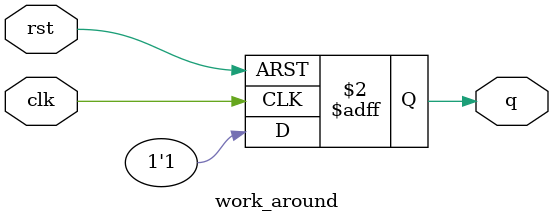
<source format=v>

module work_around(input clk,rst,output reg q);

always@(posedge clk or posedge rst)begin
if(rst)
q=0;
else
q=1;
end
endmodule


</source>
